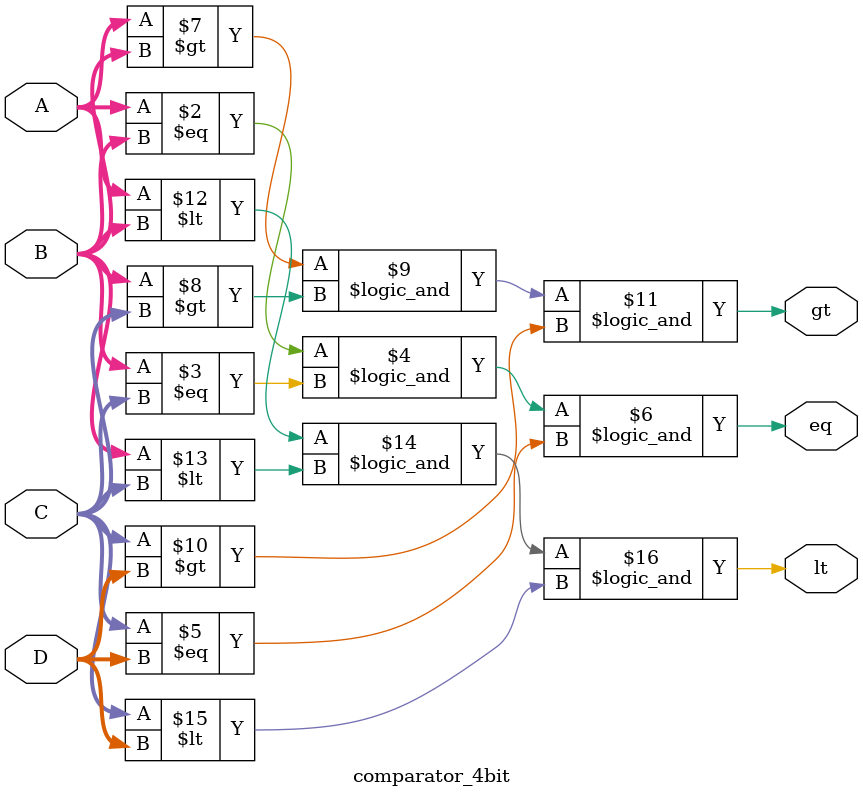
<source format=v>

module comparator_4bit (
  input [3:0] A,
  input [3:0] B,
  input [3:0] C,
  input [3:0] D,
  output reg eq,
  output reg gt,
  output reg lt
);

  always @(*) begin
    eq = (A==B) && (B==C) && (C==D);
    gt = (A>B) && (B>C) && (C>D);
    lt = (A<B) && (B<C) && (C<D);
  end

endmodule

</source>
